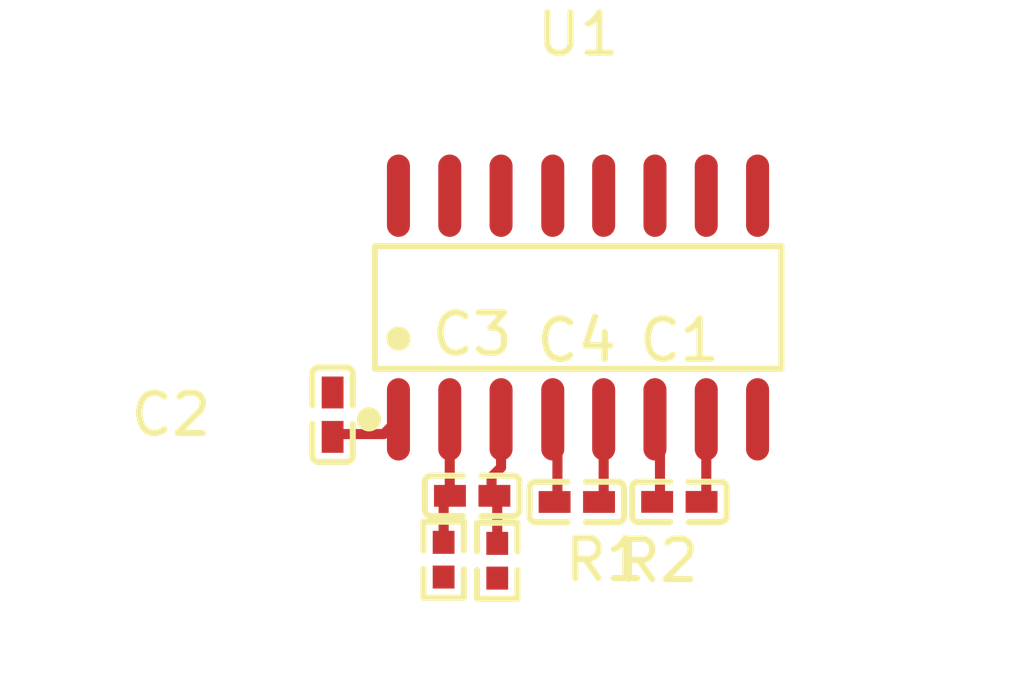
<source format=kicad_pcb>
(kicad_pcb (version 20240108) (generator "pcbnew") (generator_version "8.0")
  (layers (0 "F.Cu" signal) (31 "B.Cu" signal) (34 "B.Paste" user) (35 "F.Paste" user) (36 "B.SilkS" user "B.Silkscreen") (37 "F.SilkS" user "F.Silkscreen") (38 "B.Mask" user) (39 "F.Mask" user) (44 "Edge.Cuts" user))
  (net 0 "")
  (net 1 "VIN1N")
  (net 2 "n")
  (net 3 "VIN1P")
  (net 4 "p")
  (net 5 "VBG")
  (net 6 "gnd")
  (net 7 "REFP")
  (net 8 "VIN2N")
  (net 9 "VIN2P")
  (net 10 "AVDD_LDO")
  (net 11 "DVDD")
  (net 12 "SDA")
  (net 13 "SCL")
  (net 14 "DRDY")
  (net 15 "XOUT")
  (net 16 "XIN")
  (footprint "lib:SOP-16_L9.9-W3.9-P1.27-LS6.0-BL" (layer "F.Cu") (at 130.81 158.75 0)
    (property "Reference" "U1" (at 0 -6.77 0) (layer "F.SilkS") (hide no))
    (property "Value" "")
    (fp_line (start -5.03 -1.52) (end 5.03 -1.52) (stroke (width 0.15)) (layer "F.SilkS"))
    (fp_line (start -5.03 1.52) (end -5.03 -1.52) (stroke (width 0.15)) (layer "F.SilkS"))
    (fp_line (start 5.03 -1.52) (end 5.03 1.52) (stroke (width 0.15)) (layer "F.SilkS"))
    (fp_line (start 5.03 1.52) (end -5.03 1.52) (stroke (width 0.15)) (layer "F.SilkS"))
    (fp_circle (center -5.18 2.77) (end -5.03 2.77) (stroke (width 0.3)) (fill none) (layer "F.SilkS"))
    (fp_circle (center -4.45 0.77) (end -4.3 0.77) (stroke (width 0.3)) (fill none) (layer "F.SilkS"))
    (pad "1" smd oval (at -4.45 2.77 0) (size 0.57 2.04) (layers "F.Cu" "F.Paste" "F.Mask") (net 7 "REFP"))
    (pad "2" smd oval (at -3.18 2.77 0) (size 0.57 2.04) (layers "F.Cu" "F.Paste" "F.Mask") (net 1 "VIN1N"))
    (pad "3" smd oval (at -1.91 2.77 0) (size 0.57 2.04) (layers "F.Cu" "F.Paste" "F.Mask") (net 3 "VIN1P"))
    (pad "4" smd oval (at -0.63 2.77 0) (size 0.57 2.04) (layers "F.Cu" "F.Paste" "F.Mask") (net 8 "VIN2N"))
    (pad "5" smd oval (at 0.63 2.77 0) (size 0.57 2.04) (layers "F.Cu" "F.Paste" "F.Mask") (net 9 "VIN2P"))
    (pad "6" smd oval (at 1.9 2.77 0) (size 0.57 2.04) (layers "F.Cu" "F.Paste" "F.Mask") (net 5 "VBG"))
    (pad "7" smd oval (at 3.17 2.77 0) (size 0.57 2.04) (layers "F.Cu" "F.Paste" "F.Mask") (net 6 "gnd"))
    (pad "8" smd oval (at 4.44 2.77 0) (size 0.57 2.04) (layers "F.Cu" "F.Paste" "F.Mask") (net 6 "gnd"))
    (pad "9" smd oval (at 4.44 -2.77 0) (size 0.57 2.04) (layers "F.Cu" "F.Paste" "F.Mask") (net 6 "gnd"))
    (pad "10" smd oval (at 3.17 -2.77 0) (size 0.57 2.04) (layers "F.Cu" "F.Paste" "F.Mask") (net 16 "XIN"))
    (pad "11" smd oval (at 1.9 -2.77 0) (size 0.57 2.04) (layers "F.Cu" "F.Paste" "F.Mask") (net 15 "XOUT"))
    (pad "12" smd oval (at 0.63 -2.77 0) (size 0.57 2.04) (layers "F.Cu" "F.Paste" "F.Mask") (net 14 "DRDY"))
    (pad "13" smd oval (at -0.63 -2.77 0) (size 0.57 2.04) (layers "F.Cu" "F.Paste" "F.Mask") (net 13 "SCL"))
    (pad "14" smd oval (at -1.91 -2.77 0) (size 0.57 2.04) (layers "F.Cu" "F.Paste" "F.Mask") (net 12 "SDA"))
    (pad "15" smd oval (at -3.18 -2.77 0) (size 0.57 2.04) (layers "F.Cu" "F.Paste" "F.Mask") (net 11 "DVDD"))
    (pad "16" smd oval (at -4.45 -2.77 0) (size 0.57 2.04) (layers "F.Cu" "F.Paste" "F.Mask") (net 10 "AVDD_LDO"))
  )
  (footprint "atopile:C0402-b3ef17" (layer "F.Cu") (at 124.729881 161.40478 90)
    (property "Reference" "C2" (at 0 -4 0) (layer "F.SilkS") (hide no))
    (property "Value" "100nF ±10% 16V X7R")
    (fp_line (start 1.02 -0.5) (end 0.23 -0.5) (stroke (width 0.15)) (layer "F.SilkS"))
    (fp_line (start 0.23 0.5) (end 1.02 0.5) (stroke (width 0.15)) (layer "F.SilkS"))
    (fp_line (start 1.17 0.35) (end 1.17 -0.35) (stroke (width 0.15)) (layer "F.SilkS"))
    (fp_line (start -1.02 -0.5) (end -0.23 -0.5) (stroke (width 0.15)) (layer "F.SilkS"))
    (fp_line (start -0.23 0.5) (end -1.02 0.5) (stroke (width 0.15)) (layer "F.SilkS"))
    (fp_line (start -1.17 0.35) (end -1.17 -0.35) (stroke (width 0.15)) (layer "F.SilkS"))
    (fp_arc (start 1.17 0.35) (mid 1.1260660171779822 0.456066017177982) (end 1.02 0.4999999999999999) (stroke (width 0.15)) (layer "F.SilkS"))
    (fp_arc (start 1.02 -0.5) (mid 1.1260660171779822 -0.4560660171779821) (end 1.17 -0.35) (stroke (width 0.15)) (layer "F.SilkS"))
    (fp_arc (start -1.17 0.35) (mid -1.1260660171779822 0.456066017177982) (end -1.02 0.4999999999999999) (stroke (width 0.15)) (layer "F.SilkS"))
    (fp_arc (start -1.02 -0.5) (mid -1.1260660171779822 -0.4560660171779821) (end -1.17 -0.35) (stroke (width 0.15)) (layer "F.SilkS"))
    (fp_text user "${REFERENCE}" (at 0 -4 0) (layer "F.SilkS"))
    (pad "2" smd rect (at 0.55 0 90) (size 0.79 0.54) (layers "F.Cu" "F.Paste" "F.Mask") (net 6 "gnd"))
    (pad "1" smd rect (at -0.55 0 90) (size 0.79 0.54) (layers "F.Cu" "F.Paste" "F.Mask") (net 7 "REFP"))
  )
  (footprint "atopile:C0402-b3ef17" (layer "F.Cu") (at 128.184801 163.41509 0)
    (property "Reference" "C3" (at 0 -4 0) (layer "F.SilkS") (hide no))
    (property "Value" "100nF ±10% 16V X7R")
    (fp_line (start 1.02 -0.5) (end 0.23 -0.5) (stroke (width 0.15)) (layer "F.SilkS"))
    (fp_line (start 0.23 0.5) (end 1.02 0.5) (stroke (width 0.15)) (layer "F.SilkS"))
    (fp_line (start 1.17 0.35) (end 1.17 -0.35) (stroke (width 0.15)) (layer "F.SilkS"))
    (fp_line (start -1.02 -0.5) (end -0.23 -0.5) (stroke (width 0.15)) (layer "F.SilkS"))
    (fp_line (start -0.23 0.5) (end -1.02 0.5) (stroke (width 0.15)) (layer "F.SilkS"))
    (fp_line (start -1.17 0.35) (end -1.17 -0.35) (stroke (width 0.15)) (layer "F.SilkS"))
    (fp_arc (start 1.17 0.35) (mid 1.1260660171779822 0.456066017177982) (end 1.02 0.4999999999999999) (stroke (width 0.15)) (layer "F.SilkS"))
    (fp_arc (start 1.02 -0.5) (mid 1.1260660171779822 -0.4560660171779821) (end 1.17 -0.35) (stroke (width 0.15)) (layer "F.SilkS"))
    (fp_arc (start -1.17 0.35) (mid -1.1260660171779822 0.456066017177982) (end -1.02 0.4999999999999999) (stroke (width 0.15)) (layer "F.SilkS"))
    (fp_arc (start -1.02 -0.5) (mid -1.1260660171779822 -0.4560660171779821) (end -1.17 -0.35) (stroke (width 0.15)) (layer "F.SilkS"))
    (fp_text user "${REFERENCE}" (at 0 -4 0) (layer "F.SilkS"))
    (pad "2" smd rect (at 0.55 0 0) (size 0.79 0.54) (layers "F.Cu" "F.Paste" "F.Mask") (net 3 "VIN1P"))
    (pad "1" smd rect (at -0.55 0 0) (size 0.79 0.54) (layers "F.Cu" "F.Paste" "F.Mask") (net 1 "VIN1N"))
  )
  (footprint "atopile:R0402-56259e" (layer "F.Cu") (at 127.478404 164.996894 -90)
    (property "Reference" "R1" (at 0 -4 0) (layer "F.SilkS") (hide no))
    (property "Value" "51Ω ±1% 62.5mW")
    (fp_line (start -0.23 0.5) (end -0.94 0.5) (stroke (width 0.15)) (layer "F.SilkS"))
    (fp_line (start -0.94 0.5) (end -0.94 -0.5) (stroke (width 0.15)) (layer "F.SilkS"))
    (fp_line (start -0.94 -0.5) (end -0.23 -0.5) (stroke (width 0.15)) (layer "F.SilkS"))
    (fp_line (start 0.23 0.5) (end 0.94 0.5) (stroke (width 0.15)) (layer "F.SilkS"))
    (fp_line (start 0.94 0.5) (end 0.94 -0.5) (stroke (width 0.15)) (layer "F.SilkS"))
    (fp_line (start 0.94 -0.5) (end 0.23 -0.5) (stroke (width 0.15)) (layer "F.SilkS"))
    (fp_text user "${REFERENCE}" (at 0 -4 0) (layer "F.SilkS"))
    (pad "2" smd rect (at 0.43 0 -90) (size 0.57 0.54) (layers "F.Cu" "F.Paste" "F.Mask") (net 2 "n"))
    (pad "1" smd rect (at -0.43 0 -90) (size 0.57 0.54) (layers "F.Cu" "F.Paste" "F.Mask") (net 1 "VIN1N"))
  )
  (footprint "atopile:R0402-56259e" (layer "F.Cu") (at 128.805295 165.02297 -90)
    (property "Reference" "R2" (at 0 -4 0) (layer "F.SilkS") (hide no))
    (property "Value" "51Ω ±1% 62.5mW")
    (fp_line (start -0.23 0.5) (end -0.94 0.5) (stroke (width 0.15)) (layer "F.SilkS"))
    (fp_line (start -0.94 0.5) (end -0.94 -0.5) (stroke (width 0.15)) (layer "F.SilkS"))
    (fp_line (start -0.94 -0.5) (end -0.23 -0.5) (stroke (width 0.15)) (layer "F.SilkS"))
    (fp_line (start 0.23 0.5) (end 0.94 0.5) (stroke (width 0.15)) (layer "F.SilkS"))
    (fp_line (start 0.94 0.5) (end 0.94 -0.5) (stroke (width 0.15)) (layer "F.SilkS"))
    (fp_line (start 0.94 -0.5) (end 0.23 -0.5) (stroke (width 0.15)) (layer "F.SilkS"))
    (fp_text user "${REFERENCE}" (at 0 -4 0) (layer "F.SilkS"))
    (pad "2" smd rect (at 0.43 0 -90) (size 0.57 0.54) (layers "F.Cu" "F.Paste" "F.Mask") (net 4 "p"))
    (pad "1" smd rect (at -0.43 0 -90) (size 0.57 0.54) (layers "F.Cu" "F.Paste" "F.Mask") (net 3 "VIN1P"))
  )
  (footprint "atopile:C0402-b3ef17" (layer "F.Cu") (at 133.314121 163.564458 0)
    (property "Reference" "C1" (at 0 -4 0) (layer "F.SilkS") (hide no))
    (property "Value" "100nF ±10% 16V X7R")
    (fp_line (start 1.02 -0.5) (end 0.23 -0.5) (stroke (width 0.15)) (layer "F.SilkS"))
    (fp_line (start 0.23 0.5) (end 1.02 0.5) (stroke (width 0.15)) (layer "F.SilkS"))
    (fp_line (start 1.17 0.35) (end 1.17 -0.35) (stroke (width 0.15)) (layer "F.SilkS"))
    (fp_line (start -1.02 -0.5) (end -0.23 -0.5) (stroke (width 0.15)) (layer "F.SilkS"))
    (fp_line (start -0.23 0.5) (end -1.02 0.5) (stroke (width 0.15)) (layer "F.SilkS"))
    (fp_line (start -1.17 0.35) (end -1.17 -0.35) (stroke (width 0.15)) (layer "F.SilkS"))
    (fp_arc (start 1.17 0.35) (mid 1.1260660171779822 0.456066017177982) (end 1.02 0.4999999999999999) (stroke (width 0.15)) (layer "F.SilkS"))
    (fp_arc (start 1.02 -0.5) (mid 1.1260660171779822 -0.4560660171779821) (end 1.17 -0.35) (stroke (width 0.15)) (layer "F.SilkS"))
    (fp_arc (start -1.17 0.35) (mid -1.1260660171779822 0.456066017177982) (end -1.02 0.4999999999999999) (stroke (width 0.15)) (layer "F.SilkS"))
    (fp_arc (start -1.02 -0.5) (mid -1.1260660171779822 -0.4560660171779821) (end -1.17 -0.35) (stroke (width 0.15)) (layer "F.SilkS"))
    (fp_text user "${REFERENCE}" (at 0 -4 0) (layer "F.SilkS"))
    (pad "2" smd rect (at 0.55 0 0) (size 0.79 0.54) (layers "F.Cu" "F.Paste" "F.Mask") (net 6 "gnd"))
    (pad "1" smd rect (at -0.55 0 0) (size 0.79 0.54) (layers "F.Cu" "F.Paste" "F.Mask") (net 5 "VBG"))
  )
  (footprint "atopile:C0402-b3ef17" (layer "F.Cu") (at 130.775387 163.567182 0)
    (property "Reference" "C4" (at 0 -4 0) (layer "F.SilkS") (hide no))
    (property "Value" "470pF ±10% 50V X7R")
    (fp_line (start 1.02 -0.5) (end 0.23 -0.5) (stroke (width 0.15)) (layer "F.SilkS"))
    (fp_line (start 0.23 0.5) (end 1.02 0.5) (stroke (width 0.15)) (layer "F.SilkS"))
    (fp_line (start 1.17 0.35) (end 1.17 -0.35) (stroke (width 0.15)) (layer "F.SilkS"))
    (fp_line (start -1.02 -0.5) (end -0.23 -0.5) (stroke (width 0.15)) (layer "F.SilkS"))
    (fp_line (start -0.23 0.5) (end -1.02 0.5) (stroke (width 0.15)) (layer "F.SilkS"))
    (fp_line (start -1.17 0.35) (end -1.17 -0.35) (stroke (width 0.15)) (layer "F.SilkS"))
    (fp_arc (start 1.17 0.35) (mid 1.1260660171779822 0.456066017177982) (end 1.02 0.4999999999999999) (stroke (width 0.15)) (layer "F.SilkS"))
    (fp_arc (start 1.02 -0.5) (mid 1.1260660171779822 -0.4560660171779821) (end 1.17 -0.35) (stroke (width 0.15)) (layer "F.SilkS"))
    (fp_arc (start -1.17 0.35) (mid -1.1260660171779822 0.456066017177982) (end -1.02 0.4999999999999999) (stroke (width 0.15)) (layer "F.SilkS"))
    (fp_arc (start -1.02 -0.5) (mid -1.1260660171779822 -0.4560660171779821) (end -1.17 -0.35) (stroke (width 0.15)) (layer "F.SilkS"))
    (fp_text user "${REFERENCE}" (at 0 -4 0) (layer "F.SilkS"))
    (pad "2" smd rect (at 0.55 0 0) (size 0.79 0.54) (layers "F.Cu" "F.Paste" "F.Mask") (net 9 "VIN2P"))
    (pad "1" smd rect (at -0.55 0 0) (size 0.79 0.54) (layers "F.Cu" "F.Paste" "F.Mask") (net 8 "VIN2N"))
  )
  (segment (start 127.478404 164.486894) (end 127.478404 163.641487) (width 0.25) (layer "F.Cu") (net 1))
  (segment (start 127.478404 163.641487) (end 127.704801 163.41509) (width 0.25) (layer "F.Cu") (net 1))
  (segment (start 127.63 163.340289) (end 127.704801 163.41509) (width 0.25) (layer "F.Cu") (net 1))
  (segment (start 127.63 161.52) (end 127.63 163.340289) (width 0.25) (layer "F.Cu") (net 1))
  (segment (start 128.664801 162.946775) (end 128.9 162.711576) (width 0.25) (layer "F.Cu") (net 3))
  (segment (start 128.9 162.711576) (end 128.9 161.52) (width 0.25) (layer "F.Cu") (net 3))
  (segment (start 128.805295 164.51297) (end 128.805295 163.555584) (width 0.25) (layer "F.Cu") (net 3))
  (segment (start 128.664801 163.41509) (end 128.664801 162.946775) (width 0.25) (layer "F.Cu") (net 3))
  (segment (start 128.805295 163.555584) (end 128.664801 163.41509) (width 0.25) (layer "F.Cu") (net 3))
  (segment (start 132.834121 163.564458) (end 132.834121 161.644121) (width 0.25) (layer "F.Cu") (net 5))
  (segment (start 132.834121 161.644121) (end 132.71 161.52) (width 0.25) (layer "F.Cu") (net 5))
  (segment (start 133.98 163.378579) (end 133.794121 163.564458) (width 0.25) (layer "F.Cu") (net 6))
  (segment (start 133.98 161.52) (end 133.98 163.378579) (width 0.25) (layer "F.Cu") (net 6))
  (segment (start 124.729881 161.88478) (end 125.99522 161.88478) (width 0.25) (layer "F.Cu") (net 7))
  (segment (start 125.99522 161.88478) (end 126.36 161.52) (width 0.25) (layer "F.Cu") (net 7))
  (segment (start 130.295387 163.567182) (end 130.295387 161.635387) (width 0.25) (layer "F.Cu") (net 8))
  (segment (start 130.295387 161.635387) (end 130.18 161.52) (width 0.25) (layer "F.Cu") (net 8))
  (segment (start 131.44 161.52) (end 131.44 163.382569) (width 0.25) (layer "F.Cu") (net 9))
  (segment (start 131.44 163.382569) (end 131.255387 163.567182) (width 0.25) (layer "F.Cu") (net 9))
)
</source>
